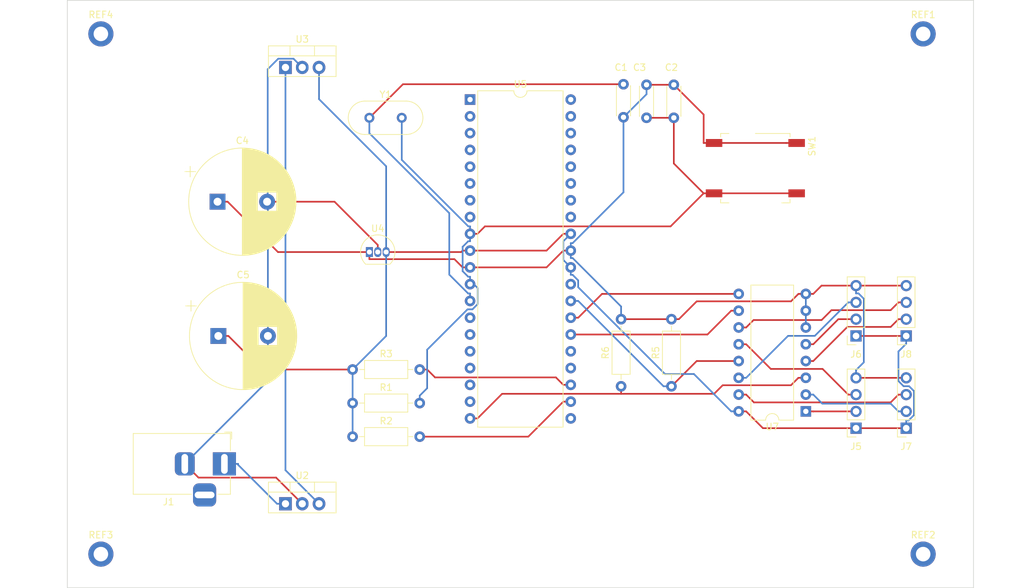
<source format=kicad_pcb>
(kicad_pcb (version 20211014) (generator pcbnew)
  (layers (0 "F.Cu" signal) (31 "B.Cu" signal) (34 "B.Paste" user) (35 "F.Paste" user) (36 "B.SilkS" user "B.Silkscreen") (37 "F.SilkS" user "F.Silkscreen") (38 "B.Mask" user) (39 "F.Mask" user) (44 "Edge.Cuts" user))
  (net 0 "")
  (net 1 "Net-(C1-Pad1)")
  (net 2 "/Atmega32/GND")
  (net 3 "Net-(C2-Pad1)")
  (net 4 "/Power Supply/GND")
  (net 5 "/Atmega32/5V")
  (net 6 "/Power Supply/12V")
  (net 7 "Net-(J5-Pad2)")
  (net 8 "Net-(J5-Pad3)")
  (net 9 "Net-(J6-Pad2)")
  (net 10 "Net-(J6-Pad3)")
  (net 11 "Net-(J7-Pad2)")
  (net 12 "Net-(J7-Pad3)")
  (net 13 "Net-(J8-Pad2)")
  (net 14 "Net-(J8-Pad3)")
  (net 15 "/Atmega32/SCL")
  (net 16 "/Atmega32/SDA")
  (net 17 "/Atmega32/C6")
  (net 18 "/Atmega32/D6")
  (net 19 "Net-(U2-Pad3)")
  (net 20 "/Atmega32/B0")
  (net 21 "/Atmega32/CE")
  (net 22 "/Atmega32/IRQ")
  (net 23 "/Atmega32/B3")
  (net 24 "/Atmega32/CSN")
  (net 25 "/Atmega32/MOSI")
  (net 26 "/Atmega32/MISO")
  (net 27 "/Atmega32/SCK")
  (net 28 "/Atmega32/Rx")
  (net 29 "/Atmega32/Tx")
  (net 32 "/Atmega32/D4")
  (net 33 "/Atmega32/D5")
  (net 36 "/Atmega32/C3")
  (net 37 "/Atmega32/C4")
  (net 38 "/Atmega32/C5")
  (net 39 "/Atmega32/C7")
  (net 40 "/Atmega32/A7")
  (net 41 "/Atmega32/A6")
  (net 42 "/Atmega32/A5")
  (net 43 "/Atmega32/A4")
  (net 44 "/Atmega32/A3")
  (net 45 "/Atmega32/A2")
  (net 46 "/Atmega32/A1")
  (net 47 "/Atmega32/A0")
  (footprint "Package_TO_SOT_THT:TO-92_Inline" (layer "F.Cu") (at 93.98 83.82)
    (fp_text reference "U4" (at 1.27 -3.56) (layer "F.SilkS"))
    (fp_text value "L78L33_TO92")
    (pad "1" thru_hole rect (at 0 0) (size 1.05 1.5) (drill 0.75) (layers *.Cu *.Mask) (net 2 "/Atmega32/GND"))
    (pad "2" thru_hole oval (at 1.27 0) (size 1.05 1.5) (drill 0.75) (layers *.Cu *.Mask) (net 4 "/Power Supply/GND"))
    (pad "3" thru_hole oval (at 2.54 0) (size 1.05 1.5) (drill 0.75) (layers *.Cu *.Mask) (net 5 "/Atmega32/5V"))
  )
  (footprint "Resistor_THT:R_Axial_DIN0207_L6.3mm_D2.5mm_P10.16mm_Horizontal" (layer "F.Cu") (at 91.44 101.6)
    (fp_text reference "R3" (at 5.08 -2.37) (layer "F.SilkS"))
    (fp_text value "4.7k")
    (pad "1" thru_hole circle (at 0 0) (size 1.6 1.6) (drill 0.8) (layers *.Cu *.Mask) (net 5 "/Atmega32/5V"))
    (pad "2" thru_hole oval (at 10.16 0) (size 1.6 1.6) (drill 0.8) (layers *.Cu *.Mask) (net 16 "/Atmega32/SDA"))
  )
  (footprint "Connector_BarrelJack:BarrelJack_Horizontal" (layer "F.Cu") (at 72.04 115.8825)
    (fp_text reference "J1" (at -8.45 5.75) (layer "F.SilkS"))
    (fp_text value "Barrel_Jack")
    (pad "1" thru_hole rect (at 0 0) (size 3.5 3.5) (drill oval 1 3) (layers *.Cu *.Mask) (net 6 "/Power Supply/12V"))
    (pad "2" thru_hole roundrect (at -6 0) (size 3 3.5) (drill oval 1 3) (layers *.Cu *.Mask) (net 4 "/Power Supply/GND"))
    (pad "3" thru_hole roundrect (at -3 4.7) (size 3.5 3.5) (drill oval 3 1) (layers *.Cu *.Mask))
  )
  (footprint "Connector_PinSocket_2.54mm:PinSocket_1x04_P2.54mm_Vertical" (layer "F.Cu") (at 175.235 96.52 180)
    (fp_text reference "J8" (at 0 -2.77) (layer "F.SilkS"))
    (fp_text value "Ultrasonic Right Back")
    (pad "1" thru_hole rect (at 0 0 180) (size 1.7 1.7) (drill 1) (layers *.Cu *.Mask) (net 5 "/Atmega32/5V"))
    (pad "2" thru_hole oval (at 0 2.54 180) (size 1.7 1.7) (drill 1) (layers *.Cu *.Mask) (net 13 "Net-(J8-Pad2)"))
    (pad "3" thru_hole oval (at 0 5.08 180) (size 1.7 1.7) (drill 1) (layers *.Cu *.Mask) (net 14 "Net-(J8-Pad3)"))
    (pad "4" thru_hole oval (at 0 7.62 180) (size 1.7 1.7) (drill 1) (layers *.Cu *.Mask) (net 2 "/Atmega32/GND"))
  )
  (footprint "Capacitor_THT:CP_Radial_D16.0mm_P7.50mm" (layer "F.Cu") (at 71.12 96.52)
    (fp_text reference "C5" (at 3.75 -9.25) (layer "F.SilkS"))
    (fp_text value "470uF")
    (pad "1" thru_hole rect (at 0 0) (size 2.4 2.4) (drill 1.2) (layers *.Cu *.Mask) (net 5 "/Atmega32/5V"))
    (pad "2" thru_hole circle (at 7.5 0) (size 2.4 2.4) (drill 1.2) (layers *.Cu *.Mask) (net 4 "/Power Supply/GND"))
  )
  (footprint "Button_Switch_SMD:SW_MEC_5GSH9" (layer "F.Cu") (at 152.4 71.12 -90)
    (fp_text reference "SW1" (at -3.325 -8.575 90) (layer "F.SilkS"))
    (fp_text value "Reset Button")
    (pad "1" smd rect (at -3.81 -6.25) (size 2.5 1.2) (layers "F.Cu" "F.Paste" "F.Mask") (net 2 "/Atmega32/GND"))
    (pad "2" smd rect (at -3.81 6.25) (size 2.5 1.2) (layers "F.Cu" "F.Paste" "F.Mask") (net 2 "/Atmega32/GND"))
    (pad "3" smd rect (at 3.81 -6.25) (size 2.5 1.2) (layers "F.Cu" "F.Paste" "F.Mask") (net 3 "Net-(C2-Pad1)"))
    (pad "4" smd rect (at 3.81 6.25) (size 2.5 1.2) (layers "F.Cu" "F.Paste" "F.Mask") (net 3 "Net-(C2-Pad1)"))
  )
  (footprint "Package_TO_SOT_THT:TO-220-3_Vertical" (layer "F.Cu") (at 81.28 55.88)
    (fp_text reference "U3" (at 2.54 -4.27) (layer "F.SilkS"))
    (fp_text value "L7805")
    (pad "1" thru_hole rect (at 0 0) (size 1.905 2) (drill 1.1) (layers *.Cu *.Mask) (net 19 "Net-(U2-Pad3)"))
    (pad "2" thru_hole oval (at 2.54 0) (size 1.905 2) (drill 1.1) (layers *.Cu *.Mask) (net 4 "/Power Supply/GND"))
    (pad "3" thru_hole oval (at 5.08 0) (size 1.905 2) (drill 1.1) (layers *.Cu *.Mask) (net 5 "/Atmega32/5V"))
  )
  (footprint "MountingHole:MountingHole_2.2mm_M2_ISO14580_Pad" (layer "F.Cu") (at 177.8 50.8)
    (fp_text reference "REF1" (at 0 -2.9) (layer "F.SilkS"))
    (fp_text value "MountingHole_2.2mm_M2_ISO14580_Pad")
    (pad "1" thru_hole circle (at 0 0) (size 3.8 3.8) (drill 2.2) (layers *.Cu *.Mask))
  )
  (footprint "Resistor_THT:R_Axial_DIN0207_L6.3mm_D2.5mm_P10.16mm_Horizontal" (layer "F.Cu") (at 91.44 111.76)
    (fp_text reference "R2" (at 5.08 -2.37) (layer "F.SilkS"))
    (fp_text value "4.7k")
    (pad "1" thru_hole circle (at 0 0) (size 1.6 1.6) (drill 0.8) (layers *.Cu *.Mask) (net 5 "/Atmega32/5V"))
    (pad "2" thru_hole oval (at 10.16 0) (size 1.6 1.6) (drill 0.8) (layers *.Cu *.Mask) (net 15 "/Atmega32/SCL"))
  )
  (footprint "Connector_PinSocket_2.54mm:PinSocket_1x04_P2.54mm_Vertical" (layer "F.Cu") (at 167.64 96.52 180)
    (fp_text reference "J6" (at 0 -2.77) (layer "F.SilkS"))
    (fp_text value "Ultrasonic Right Front")
    (pad "1" thru_hole rect (at 0 0 180) (size 1.7 1.7) (drill 1) (layers *.Cu *.Mask) (net 5 "/Atmega32/5V"))
    (pad "2" thru_hole oval (at 0 2.54 180) (size 1.7 1.7) (drill 1) (layers *.Cu *.Mask) (net 9 "Net-(J6-Pad2)"))
    (pad "3" thru_hole oval (at 0 5.08 180) (size 1.7 1.7) (drill 1) (layers *.Cu *.Mask) (net 10 "Net-(J6-Pad3)"))
    (pad "4" thru_hole oval (at 0 7.62 180) (size 1.7 1.7) (drill 1) (layers *.Cu *.Mask) (net 2 "/Atmega32/GND"))
  )
  (footprint "Capacitor_THT:C_Disc_D4.3mm_W1.9mm_P5.00mm" (layer "F.Cu") (at 132.44 58.42 -90)
    (fp_text reference "C1" (at -2.54 0.36) (layer "F.SilkS"))
    (fp_text value "22pF")
    (pad "1" thru_hole circle (at 0 0 270) (size 1.6 1.6) (drill 0.8) (layers *.Cu *.Mask) (net 1 "Net-(C1-Pad1)"))
    (pad "2" thru_hole circle (at 5 0 270) (size 1.6 1.6) (drill 0.8) (layers *.Cu *.Mask) (net 2 "/Atmega32/GND"))
  )
  (footprint "MountingHole:MountingHole_2.2mm_M2_ISO14580_Pad" (layer "F.Cu") (at 53.34 129.54)
    (fp_text reference "REF3" (at 0 -2.9) (layer "F.SilkS"))
    (fp_text value "MountingHole_2.2mm_M2_ISO14580_Pad")
    (pad "1" thru_hole circle (at 0 0) (size 3.8 3.8) (drill 2.2) (layers *.Cu *.Mask))
  )
  (footprint "Capacitor_THT:CP_Radial_D16.0mm_P7.50mm" (layer "F.Cu") (at 71 76.2)
    (fp_text reference "C4" (at 3.75 -9.25) (layer "F.SilkS"))
    (fp_text value "470uF")
    (pad "1" thru_hole rect (at 0 0) (size 2.4 2.4) (drill 1.2) (layers *.Cu *.Mask) (net 2 "/Atmega32/GND"))
    (pad "2" thru_hole circle (at 7.5 0) (size 2.4 2.4) (drill 1.2) (layers *.Cu *.Mask) (net 4 "/Power Supply/GND"))
  )
  (footprint "Capacitor_THT:C_Disc_D4.3mm_W1.9mm_P5.00mm" (layer "F.Cu") (at 140.06 63.5 90)
    (fp_text reference "C2" (at 7.62 -0.36) (layer "F.SilkS"))
    (fp_text value "22pF")
    (pad "1" thru_hole circle (at 0 0 90) (size 1.6 1.6) (drill 0.8) (layers *.Cu *.Mask) (net 3 "Net-(C2-Pad1)"))
    (pad "2" thru_hole circle (at 5 0 90) (size 1.6 1.6) (drill 0.8) (layers *.Cu *.Mask) (net 2 "/Atmega32/GND"))
  )
  (footprint "Connector_PinSocket_2.54mm:PinSocket_1x04_P2.54mm_Vertical" (layer "F.Cu") (at 167.64 110.48 180)
    (fp_text reference "J5" (at 0 -2.77) (layer "F.SilkS"))
    (fp_text value "Ultrasonic Left Front")
    (pad "1" thru_hole rect (at 0 0 180) (size 1.7 1.7) (drill 1) (layers *.Cu *.Mask) (net 5 "/Atmega32/5V"))
    (pad "2" thru_hole oval (at 0 2.54 180) (size 1.7 1.7) (drill 1) (layers *.Cu *.Mask) (net 7 "Net-(J5-Pad2)"))
    (pad "3" thru_hole oval (at 0 5.08 180) (size 1.7 1.7) (drill 1) (layers *.Cu *.Mask) (net 8 "Net-(J5-Pad3)"))
    (pad "4" thru_hole oval (at 0 7.62 180) (size 1.7 1.7) (drill 1) (layers *.Cu *.Mask) (net 2 "/Atmega32/GND"))
  )
  (footprint "MountingHole:MountingHole_2.2mm_M2_ISO14580_Pad" (layer "F.Cu") (at 177.8 129.54)
    (fp_text reference "REF2" (at 0 -2.9) (layer "F.SilkS"))
    (fp_text value "MountingHole_2.2mm_M2_ISO14580_Pad")
    (pad "1" thru_hole circle (at 0 0) (size 3.8 3.8) (drill 2.2) (layers *.Cu *.Mask))
  )
  (footprint "Resistor_THT:R_Axial_DIN0207_L6.3mm_D2.5mm_P10.16mm_Horizontal" (layer "F.Cu") (at 91.44 106.68)
    (fp_text reference "R1" (at 5.08 -2.37) (layer "F.SilkS"))
    (fp_text value "10k")
    (pad "1" thru_hole circle (at 0 0) (size 1.6 1.6) (drill 0.8) (layers *.Cu *.Mask) (net 5 "/Atmega32/5V"))
    (pad "2" thru_hole oval (at 10.16 0) (size 1.6 1.6) (drill 0.8) (layers *.Cu *.Mask) (net 3 "Net-(C2-Pad1)"))
  )
  (footprint "Package_DIP:DIP-16_W10.16mm" (layer "F.Cu") (at 160.04 107.935 180)
    (fp_text reference "U7" (at 5.08 -2.33) (layer "F.SilkS"))
    (fp_text value "CD4052B")
    (pad "1" thru_hole rect (at 0 0 180) (size 1.6 1.6) (drill 0.8) (layers *.Cu *.Mask) (net 7 "Net-(J5-Pad2)"))
    (pad "2" thru_hole oval (at 0 2.54 180) (size 1.6 1.6) (drill 0.8) (layers *.Cu *.Mask) (net 11 "Net-(J7-Pad2)"))
    (pad "3" thru_hole oval (at 0 5.08 180) (size 1.6 1.6) (drill 0.8) (layers *.Cu *.Mask) (net 18 "/Atmega32/D6"))
    (pad "4" thru_hole oval (at 0 7.62 180) (size 1.6 1.6) (drill 0.8) (layers *.Cu *.Mask) (net 13 "Net-(J8-Pad2)"))
    (pad "5" thru_hole oval (at 0 10.16 180) (size 1.6 1.6) (drill 0.8) (layers *.Cu *.Mask) (net 9 "Net-(J6-Pad2)"))
    (pad "6" thru_hole oval (at 0 12.7 180) (size 1.6 1.6) (drill 0.8) (layers *.Cu *.Mask) (net 2 "/Atmega32/GND"))
    (pad "7" thru_hole oval (at 0 15.24 180) (size 1.6 1.6) (drill 0.8) (layers *.Cu *.Mask) (net 2 "/Atmega32/GND"))
    (pad "8" thru_hole oval (at 0 17.78 180) (size 1.6 1.6) (drill 0.8) (layers *.Cu *.Mask) (net 2 "/Atmega32/GND"))
    (pad "9" thru_hole oval (at 10.16 17.78 180) (size 1.6 1.6) (drill 0.8) (layers *.Cu *.Mask) (net 38 "/Atmega32/C5"))
    (pad "10" thru_hole oval (at 10.16 15.24 180) (size 1.6 1.6) (drill 0.8) (layers *.Cu *.Mask) (net 37 "/Atmega32/C4"))
    (pad "11" thru_hole oval (at 10.16 12.7 180) (size 1.6 1.6) (drill 0.8) (layers *.Cu *.Mask) (net 14 "Net-(J8-Pad3)"))
    (pad "12" thru_hole oval (at 10.16 10.16 180) (size 1.6 1.6) (drill 0.8) (layers *.Cu *.Mask) (net 8 "Net-(J5-Pad3)"))
    (pad "13" thru_hole oval (at 10.16 7.62 180) (size 1.6 1.6) (drill 0.8) (layers *.Cu *.Mask) (net 17 "/Atmega32/C6"))
    (pad "14" thru_hole oval (at 10.16 5.08 180) (size 1.6 1.6) (drill 0.8) (layers *.Cu *.Mask) (net 10 "Net-(J6-Pad3)"))
    (pad "15" thru_hole oval (at 10.16 2.54 180) (size 1.6 1.6) (drill 0.8) (layers *.Cu *.Mask) (net 12 "Net-(J7-Pad3)"))
    (pad "16" thru_hole oval (at 10.16 0 180) (size 1.6 1.6) (drill 0.8) (layers *.Cu *.Mask) (net 5 "/Atmega32/5V"))
  )
  (footprint "Crystal:Crystal_HC18-U_Vertical" (layer "F.Cu") (at 93.98 63.5)
    (fp_text reference "Y1" (at 2.45 -3.525) (layer "F.SilkS"))
    (fp_text value "Crystal")
    (pad "1" thru_hole circle (at 0 0) (size 1.5 1.5) (drill 0.8) (layers *.Cu *.Mask) (net 1 "Net-(C1-Pad1)"))
    (pad "2" thru_hole circle (at 4.9 0) (size 1.5 1.5) (drill 0.8) (layers *.Cu *.Mask) (net 3 "Net-(C2-Pad1)"))
  )
  (footprint "Resistor_THT:R_Axial_DIN0207_L6.3mm_D2.5mm_P10.16mm_Horizontal" (layer "F.Cu") (at 139.7 104.14 90)
    (fp_text reference "R5" (at 5.08 -2.37 90) (layer "F.SilkS"))
    (fp_text value "10k")
    (pad "1" thru_hole circle (at 0 0 90) (size 1.6 1.6) (drill 0.8) (layers *.Cu *.Mask) (net 17 "/Atmega32/C6"))
    (pad "2" thru_hole oval (at 10.16 0 90) (size 1.6 1.6) (drill 0.8) (layers *.Cu *.Mask) (net 2 "/Atmega32/GND"))
  )
  (footprint "MountingHole:MountingHole_2.2mm_M2_ISO14580_Pad" (layer "F.Cu") (at 53.34 50.8)
    (fp_text reference "REF4" (at 0 -2.9) (layer "F.SilkS"))
    (fp_text value "MountingHole_2.2mm_M2_ISO14580_Pad")
    (pad "1" thru_hole circle (at 0 0) (size 3.8 3.8) (drill 2.2) (layers *.Cu *.Mask))
  )
  (footprint "Package_DIP:DIP-40_W15.24mm" (layer "F.Cu") (at 109.22 60.74)
    (fp_text reference "U5" (at 7.62 -2.33) (layer "F.SilkS"))
    (fp_text value "ATmega32-16P")
    (pad "1" thru_hole rect (at 0 0) (size 1.6 1.6) (drill 0.8) (layers *.Cu *.Mask) (net 20 "/Atmega32/B0"))
    (pad "2" thru_hole oval (at 0 2.54) (size 1.6 1.6) (drill 0.8) (layers *.Cu *.Mask) (net 21 "/Atmega32/CE"))
    (pad "3" thru_hole oval (at 0 5.08) (size 1.6 1.6) (drill 0.8) (layers *.Cu *.Mask) (net 22 "/Atmega32/IRQ"))
    (pad "4" thru_hole oval (at 0 7.62) (size 1.6 1.6) (drill 0.8) (layers *.Cu *.Mask) (net 23 "/Atmega32/B3"))
    (pad "5" thru_hole oval (at 0 10.16) (size 1.6 1.6) (drill 0.8) (layers *.Cu *.Mask) (net 24 "/Atmega32/CSN"))
    (pad "6" thru_hole oval (at 0 12.7) (size 1.6 1.6) (drill 0.8) (layers *.Cu *.Mask) (net 25 "/Atmega32/MOSI"))
    (pad "7" thru_hole oval (at 0 15.24) (size 1.6 1.6) (drill 0.8) (layers *.Cu *.Mask) (net 26 "/Atmega32/MISO"))
    (pad "8" thru_hole oval (at 0 17.78) (size 1.6 1.6) (drill 0.8) (layers *.Cu *.Mask) (net 27 "/Atmega32/SCK"))
    (pad "9" thru_hole oval (at 0 20.32) (size 1.6 1.6) (drill 0.8) (layers *.Cu *.Mask) (net 3 "Net-(C2-Pad1)"))
    (pad "10" thru_hole oval (at 0 22.86) (size 1.6 1.6) (drill 0.8) (layers *.Cu *.Mask) (net 5 "/Atmega32/5V"))
    (pad "11" thru_hole oval (at 0 25.4) (size 1.6 1.6) (drill 0.8) (layers *.Cu *.Mask) (net 2 "/Atmega32/GND"))
    (pad "12" thru_hole oval (at 0 27.94) (size 1.6 1.6) (drill 0.8) (layers *.Cu *.Mask) (net 3 "Net-(C2-Pad1)"))
    (pad "13" thru_hole oval (at 0 30.48) (size 1.6 1.6) (drill 0.8) (layers *.Cu *.Mask) (net 1 "Net-(C1-Pad1)"))
    (pad "14" thru_hole oval (at 0 33.02) (size 1.6 1.6) (drill 0.8) (layers *.Cu *.Mask) (net 28 "/Atmega32/Rx"))
    (pad "15" thru_hole oval (at 0 35.56) (size 1.6 1.6) (drill 0.8) (layers *.Cu *.Mask) (net 29 "/Atmega32/Tx"))
    (pad "16" thru_hole oval (at 0 38.1) (size 1.6 1.6) (drill 0.8) (layers *.Cu *.Mask))
    (pad "17" thru_hole oval (at 0 40.64) (size 1.6 1.6) (drill 0.8) (layers *.Cu *.Mask))
    (pad "18" thru_hole oval (at 0 43.18) (size 1.6 1.6) (drill 0.8) (layers *.Cu *.Mask) (net 32 "/Atmega32/D4"))
    (pad "19" thru_hole oval (at 0 45.72) (size 1.6 1.6) (drill 0.8) (layers *.Cu *.Mask) (net 33 "/Atmega32/D5"))
    (pad "20" thru_hole oval (at 0 48.26) (size 1.6 1.6) (drill 0.8) (layers *.Cu *.Mask) (net 18 "/Atmega32/D6"))
    (pad "21" thru_hole oval (at 15.24 48.26) (size 1.6 1.6) (drill 0.8) (layers *.Cu *.Mask))
    (pad "22" thru_hole oval (at 15.24 45.72) (size 1.6 1.6) (drill 0.8) (layers *.Cu *.Mask) (net 15 "/Atmega32/SCL"))
    (pad "23" thru_hole oval (at 15.24 43.18) (size 1.6 1.6) (drill 0.8) (layers *.Cu *.Mask) (net 16 "/Atmega32/SDA"))
    (pad "24" thru_hole oval (at 15.24 40.64) (size 1.6 1.6) (drill 0.8) (layers *.Cu *.Mask))
    (pad "25" thru_hole oval (at 15.24 38.1) (size 1.6 1.6) (drill 0.8) (layers *.Cu *.Mask) (net 36 "/Atmega32/C3"))
    (pad "26" thru_hole oval (at 15.24 35.56) (size 1.6 1.6) (drill 0.8) (layers *.Cu *.Mask) (net 37 "/Atmega32/C4"))
    (pad "27" thru_hole oval (at 15.24 33.02) (size 1.6 1.6) (drill 0.8) (layers *.Cu *.Mask) (net 38 "/Atmega32/C5"))
    (pad "28" thru_hole oval (at 15.24 30.48) (size 1.6 1.6) (drill 0.8) (layers *.Cu *.Mask) (net 17 "/Atmega32/C6"))
    (pad "29" thru_hole oval (at 15.24 27.94) (size 1.6 1.6) (drill 0.8) (layers *.Cu *.Mask) (net 39 "/Atmega32/C7"))
    (pad "30" thru_hole oval (at 15.24 25.4) (size 1.6 1.6) (drill 0.8) (layers *.Cu *.Mask) (net 5 "/Atmega32/5V"))
    (pad "31" thru_hole oval (at 15.24 22.86) (size 1.6 1.6) (drill 0.8) (layers *.Cu *.Mask) (net 2 "/Atmega32/GND"))
    (pad "32" thru_hole oval (at 15.24 20.32) (size 1.6 1.6) (drill 0.8) (layers *.Cu *.Mask) (net 5 "/Atmega32/5V"))
    (pad "33" thru_hole oval (at 15.24 17.78) (size 1.6 1.6) (drill 0.8) (layers *.Cu *.Mask) (net 40 "/Atmega32/A7"))
    (pad "34" thru_hole oval (at 15.24 15.24) (size 1.6 1.6) (drill 0.8) (layers *.Cu *.Mask) (net 41 "/Atmega32/A6"))
    (pad "35" thru_hole oval (at 15.24 12.7) (size 1.6 1.6) (drill 0.8) (layers *.Cu *.Mask) (net 42 "/Atmega32/A5"))
    (pad "36" thru_hole oval (at 15.24 10.16) (size 1.6 1.6) (drill 0.8) (layers *.Cu *.Mask) (net 43 "/Atmega32/A4"))
    (pad "37" thru_hole oval (at 15.24 7.62) (size 1.6 1.6) (drill 0.8) (layers *.Cu *.Mask) (net 44 "/Atmega32/A3"))
    (pad "38" thru_hole oval (at 15.24 5.08) (size 1.6 1.6) (drill 0.8) (layers *.Cu *.Mask) (net 45 "/Atmega32/A2"))
    (pad "39" thru_hole oval (at 15.24 2.54) (size 1.6 1.6) (drill 0.8) (layers *.Cu *.Mask) (net 46 "/Atmega32/A1"))
    (pad "40" thru_hole oval (at 15.24 0) (size 1.6 1.6) (drill 0.8) (layers *.Cu *.Mask) (net 47 "/Atmega32/A0"))
  )
  (footprint "Resistor_THT:R_Axial_DIN0207_L6.3mm_D2.5mm_P10.16mm_Horizontal" (layer "F.Cu") (at 132.08 104.14 90)
    (fp_text reference "R6" (at 5.08 -2.37 90) (layer "F.SilkS"))
    (fp_text value "10k")
    (pad "1" thru_hole circle (at 0 0 90) (size 1.6 1.6) (drill 0.8) (layers *.Cu *.Mask) (net 18 "/Atmega32/D6"))
    (pad "2" thru_hole oval (at 10.16 0 90) (size 1.6 1.6) (drill 0.8) (layers *.Cu *.Mask) (net 2 "/Atmega32/GND"))
  )
  (footprint "Package_TO_SOT_THT:TO-220-3_Vertical" (layer "F.Cu") (at 81.28 121.92)
    (fp_text reference "U2" (at 2.54 -4.27) (layer "F.SilkS"))
    (fp_text value "L7809")
    (pad "1" thru_hole rect (at 0 0) (size 1.905 2) (drill 1.1) (layers *.Cu *.Mask) (net 6 "/Power Supply/12V"))
    (pad "2" thru_hole oval (at 2.54 0) (size 1.905 2) (drill 1.1) (layers *.Cu *.Mask) (net 4 "/Power Supply/GND"))
    (pad "3" thru_hole oval (at 5.08 0) (size 1.905 2) (drill 1.1) (layers *.Cu *.Mask) (net 19 "Net-(U2-Pad3)"))
  )
  (footprint "Capacitor_THT:C_Disc_D4.3mm_W1.9mm_P5.00mm" (layer "F.Cu") (at 135.93 63.5 90)
    (fp_text reference "C3" (at 7.62 -1.055) (layer "F.SilkS"))
    (fp_text value "10uF")
    (pad "1" thru_hole circle (at 0 0 90) (size 1.6 1.6) (drill 0.8) (layers *.Cu *.Mask) (net 3 "Net-(C2-Pad1)"))
    (pad "2" thru_hole circle (at 5 0 90) (size 1.6 1.6) (drill 0.8) (layers *.Cu *.Mask) (net 2 "/Atmega32/GND"))
  )
  (footprint "Connector_PinSocket_2.54mm:PinSocket_1x04_P2.54mm_Vertical" (layer "F.Cu") (at 175.235 110.48 180)
    (fp_text reference "J7" (at 0 -2.77) (layer "F.SilkS"))
    (fp_text value "Ultrasonic Left Back")
    (pad "1" thru_hole rect (at 0 0 180) (size 1.7 1.7) (drill 1) (layers *.Cu *.Mask) (net 5 "/Atmega32/5V"))
    (pad "2" thru_hole oval (at 0 2.54 180) (size 1.7 1.7) (drill 1) (layers *.Cu *.Mask) (net 11 "Net-(J7-Pad2)"))
    (pad "3" thru_hole oval (at 0 5.08 180) (size 1.7 1.7) (drill 1) (layers *.Cu *.Mask) (net 12 "Net-(J7-Pad3)"))
    (pad "4" thru_hole oval (at 0 7.62 180) (size 1.7 1.7) (drill 1) (layers *.Cu *.Mask) (net 2 "/Atmega32/GND"))
  )
  (gr_line (start 48.26 132.08) (end 48.26 134.62) (layer "Edge.Cuts") (width 0.1))
  (gr_line (start 185.42 45.72) (end 185.42 134.62) (layer "Edge.Cuts") (width 0.1))
  (gr_line (start 48.26 132.08) (end 48.26 45.72) (layer "Edge.Cuts") (width 0.1))
  (gr_line (start 48.26 134.62) (end 185.42 134.62) (layer "Edge.Cuts") (width 0.1))
  (gr_line (start 48.26 45.72) (end 185.42 45.72) (layer "Edge.Cuts") (width 0.1))
  (segment (start 99.06 58.42) (end 93.98 63.5) (width 0.25) (layer "F.Cu") (net 1))
  (segment (start 132.44 58.42) (end 99.06 58.42) (width 0.25) (layer "F.Cu") (net 1))
  (segment (start 93.98 65.8397) (end 106.076 77.9357) (width 0.25) (layer "B.Cu") (net 1))
  (segment (start 106.076 87.232) (end 108.9387 90.0947) (width 0.25) (layer "B.Cu") (net 1))
  (segment (start 108.9387 90.0947) (end 109.22 90.0947) (width 0.25) (layer "B.Cu") (net 1))
  (segment (start 93.98 63.5) (end 93.98 65.8397) (width 0.25) (layer "B.Cu") (net 1))
  (segment (start 106.076 77.9357) (end 106.076 87.232) (width 0.25) (layer "B.Cu") (net 1))
  (segment (start 109.22 91.22) (end 109.22 90.0947) (width 0.25) (layer "B.Cu") (net 1))
  (segment (start 139.7 93.98) (end 140.8253 93.98) (width 0.25) (layer "F.Cu") (net 2))
  (segment (start 160.04 90.155) (end 158.9147 90.155) (width 0.25) (layer "F.Cu") (net 2))
  (segment (start 162.4203 88.9) (end 161.1653 90.155) (width 0.25) (layer "F.Cu") (net 2))
  (segment (start 80.1453 83.82) (end 93.98 83.82) (width 0.25) (layer "F.Cu") (net 2))
  (segment (start 123.3347 83.6) (end 120.7947 86.14) (width 0.25) (layer "F.Cu") (net 2))
  (segment (start 72.5253 76.2) (end 80.1453 83.82) (width 0.25) (layer "F.Cu") (net 2))
  (segment (start 146.15 67.31) (end 144.5747 67.31) (width 0.25) (layer "F.Cu") (net 2))
  (segment (start 120.7947 86.14) (end 109.22 86.14) (width 0.25) (layer "F.Cu") (net 2))
  (segment (start 93.98 83.82) (end 93.98 84.8953) (width 0.25) (layer "F.Cu") (net 2))
  (segment (start 132.08 93.98) (end 139.7 93.98) (width 0.25) (layer "F.Cu") (net 2))
  (segment (start 93.98 84.8953) (end 106.85 84.8953) (width 0.25) (layer "F.Cu") (net 2))
  (segment (start 175.235 88.9) (end 167.64 88.9) (width 0.25) (layer "F.Cu") (net 2))
  (segment (start 140.06 58.5) (end 144.5747 63.0147) (width 0.25) (layer "F.Cu") (net 2))
  (segment (start 106.85 84.8953) (end 108.0947 86.14) (width 0.25) (layer "F.Cu") (net 2))
  (segment (start 157.7894 91.2803) (end 158.9147 90.155) (width 0.25) (layer "F.Cu") (net 2))
  (segment (start 124.46 83.6) (end 123.3347 83.6) (width 0.25) (layer "F.Cu") (net 2))
  (segment (start 143.525 91.2803) (end 157.7894 91.2803) (width 0.25) (layer "F.Cu") (net 2))
  (segment (start 167.64 88.9) (end 162.4203 88.9) (width 0.25) (layer "F.Cu") (net 2))
  (segment (start 167.64 102.86) (end 175.235 102.86) (width 0.25) (layer "F.Cu") (net 2))
  (segment (start 146.15 67.31) (end 157.0747 67.31) (width 0.25) (layer "F.Cu") (net 2))
  (segment (start 140.8253 93.98) (end 143.525 91.2803) (width 0.25) (layer "F.Cu") (net 2))
  (segment (start 140.06 58.5) (end 135.93 58.5) (width 0.25) (layer "F.Cu") (net 2))
  (segment (start 71 76.2) (end 72.5253 76.2) (width 0.25) (layer "F.Cu") (net 2))
  (segment (start 158.65 67.31) (end 157.0747 67.31) (width 0.25) (layer "F.Cu") (net 2))
  (segment (start 144.5747 63.0147) (end 144.5747 67.31) (width 0.25) (layer "F.Cu") (net 2))
  (segment (start 109.22 86.14) (end 108.0947 86.14) (width 0.25) (layer "F.Cu") (net 2))
  (segment (start 160.04 90.155) (end 161.1653 90.155) (width 0.25) (layer "F.Cu") (net 2))
  (segment (start 168.8153 90.8833) (end 168.8153 100.5094) (width 0.25) (layer "B.Cu") (net 2))
  (segment (start 124.46 83.6) (end 124.46 82.4747) (width 0.25) (layer "B.Cu") (net 2))
  (segment (start 167.64 88.9) (end 167.64 90.0753) (width 0.25) (layer "B.Cu") (net 2))
  (segment (start 160.04 90.155) (end 160.04 92.695) (width 0.25) (layer "B.Cu") (net 2))
  (segment (start 132.44 63.42) (end 132.44 74.776) (width 0.25) (layer "B.Cu") (net 2))
  (segment (start 167.64 102.86) (end 167.64 101.6847) (width 0.25) (layer "B.Cu") (net 2))
  (segment (start 132.08 93.98) (end 132.08 92.064) (width 0.25) (layer "B.Cu") (net 2))
  (segment (start 124.7413 84.7253) (end 124.46 84.7253) (width 0.25) (layer "B.Cu") (net 2))
  (segment (start 167.64 90.0753) (end 168.0073 90.0753) (width 0.25) (layer "B.Cu") (net 2))
  (segment (start 168.0073 90.0753) (end 168.8153 90.8833) (width 0.25) (layer "B.Cu") (net 2))
  (segment (start 135.93 59.93) (end 132.44 63.42) (width 0.25) (layer "B.Cu") (net 2))
  (segment (start 132.08 92.064) (end 124.7413 84.7253) (width 0.25) (layer "B.Cu") (net 2))
  (segment (start 132.44 74.776) (end 124.7413 82.4747) (width 0.25) (layer "B.Cu") (net 2))
  (segment (start 124.7413 82.4747) (end 124.46 82.4747) (width 0.25) (layer "B.Cu") (net 2))
  (segment (start 168.8153 100.5094) (end 167.64 101.6847) (width 0.25) (layer "B.Cu") (net 2))
  (segment (start 160.04 92.695) (end 160.04 95.235) (width 0.25) (layer "B.Cu") (net 2))
  (segment (start 135.93 58.5) (end 135.93 59.93) (width 0.25) (layer "B.Cu") (net 2))
  (segment (start 124.46 83.6) (end 124.46 84.7253) (width 0.25) (layer "B.Cu") (net 2))
  (segment (start 144.5747 74.93) (end 139.57 79.9347) (width 0.25) (layer "F.Cu") (net 3))
  (segment (start 109.22 81.06) (end 110.3453 81.06) (width 0.25) (layer "F.Cu") (net 3))
  (segment (start 146.5439 74.93) (end 146.9377 74.93) (width 0.25) (layer "F.Cu") (net 3))
  (segment (start 140.06 63.5) (end 140.06 70.4153) (width 0.25) (layer "F.Cu") (net 3))
  (segment (start 140.06 70.4153) (end 144.5747 74.93) (width 0.25) (layer "F.Cu") (net 3))
  (segment (start 146.15 74.93) (end 144.5747 74.93) (width 0.25) (layer "F.Cu") (net 3))
  (segment (start 135.93 63.5) (end 140.06 63.5) (width 0.25) (layer "F.Cu") (net 3))
  (segment (start 139.57 79.9347) (end 111.4706 79.9347) (width 0.25) (layer "F.Cu") (net 3))
  (segment (start 146.5439 74.93) (end 146.15 74.93) (width 0.25) (layer "F.Cu") (net 3))
  (segment (start 146.9377 74.93) (end 158.65 74.93) (width 0.25) (layer "F.Cu") (net 3))
  (segment (start 111.4706 79.9347) (end 110.3453 81.06) (width 0.25) (layer "F.Cu") (net 3))
  (segment (start 102.7253 98.6032) (end 102.7253 104.4294) (width 0.25) (layer "B.Cu") (net 3))
  (segment (start 109.22 81.06) (end 109.22 82.1853) (width 0.25) (layer "B.Cu") (net 3))
  (segment (start 110.3779 91.6946) (end 109.5825 92.49) (width 0.25) (layer "B.Cu") (net 3))
  (segment (start 110.3779 89.2752) (end 110.3779 91.6946) (width 0.25) (layer "B.Cu") (net 3))
  (segment (start 109.22 79.9347) (end 108.9563 79.9347) (width 0.25) (layer "B.Cu") (net 3))
  (segment (start 108.8385 92.49) (end 102.7253 98.6032) (width 0.25) (layer "B.Cu") (net 3))
  (segment (start 101.6 106.68) (end 101.6 105.5547) (width 0.25) (layer "B.Cu") (net 3))
  (segment (start 98.88 69.8584) (end 98.88 63.5) (width 0.25) (layer "B.Cu") (net 3))
  (segment (start 109.5825 92.49) (end 108.8385 92.49) (width 0.25) (layer "B.Cu") (net 3))
  (segment (start 108.9386 87.5547) (end 109.22 87.5547) (width 0.25) (layer "B.Cu") (net 3))
  (segment (start 108.9387 82.1853) (end 108.0947 83.0293) (width 0.25) (layer "B.Cu") (net 3))
  (segment (start 108.0947 83.0293) (end 108.0947 86.7108) (width 0.25) (layer "B.Cu") (net 3))
  (segment (start 109.22 88.1173) (end 110.3779 89.2752) (width 0.25) (layer "B.Cu") (net 3))
  (segment (start 108.0947 86.7108) (end 108.9386 87.5547) (width 0.25) (layer "B.Cu") (net 3))
  (segment (start 109.22 88.68) (end 109.22 88.1173) (width 0.25) (layer "B.Cu") (net 3))
  (segment (start 109.22 88.1173) (end 109.22 87.5547) (width 0.25) (layer "B.Cu") (net 3))
  (segment (start 102.7253 104.4294) (end 101.6 105.5547) (width 0.25) (layer "B.Cu") (net 3))
  (segment (start 109.22 80.4973) (end 109.22 81.06) (width 0.25) (layer "B.Cu") (net 3))
  (segment (start 109.22 82.1853) (end 108.9387 82.1853) (width 0.25) (layer "B.Cu") (net 3))
  (segment (start 108.9563 79.9347) (end 98.88 69.8584) (width 0.25) (layer "B.Cu") (net 3))
  (segment (start 109.22 80.4973) (end 109.22 79.9347) (width 0.25) (layer "B.Cu") (net 3))
  (segment (start 66.04 115.8825) (end 68.1154 117.9579) (width 0.25) (layer "F.Cu") (net 4))
  (segment (start 95.25 83.82) (end 95.25 82.7447) (width 0.25) (layer "F.Cu") (net 4))
  (segment (start 68.1154 117.9579) (end 79.8579 117.9579) (width 0.25) (layer "F.Cu") (net 4))
  (segment (start 88.7053 76.2) (end 95.25 82.7447) (width 0.25) (layer "F.Cu") (net 4))
  (segment (start 78.5 76.2) (end 88.7053 76.2) (width 0.25) (layer "F.Cu") (net 4))
  (segment (start 79.8579 117.9579) (end 83.82 121.92) (width 0.25) (layer "F.Cu") (net 4))
  (segment (start 78.62 96.52) (end 78.62 76.23) (width 0.25) (layer "B.Cu") (net 4))
  (segment (start 78.59 76.2) (end 78.5 76.2) (width 0.25) (layer "B.Cu") (net 4))
  (segment (start 78.59 56.1515) (end 80.1869 54.5546) (width 0.25) (layer "B.Cu") (net 4))
  (segment (start 78.62 76.23) (end 78.59 76.2) (width 0.25) (layer "B.Cu") (net 4))
  (segment (start 80.1869 54.5546) (end 82.4946 54.5546) (width 0.25) (layer "B.Cu") (net 4))
  (segment (start 78.59 76.2) (end 78.59 56.1515) (width 0.25) (layer "B.Cu") (net 4))
  (segment (start 66.04 115.8825) (end 78.62 103.3025) (width 0.25) (layer "B.Cu") (net 4))
  (segment (start 82.4946 54.5546) (end 83.82 55.88) (width 0.25) (layer "B.Cu") (net 4))
  (segment (start 78.62 103.3025) (end 78.62 96.52) (width 0.25) (layer "B.Cu") (net 4))
  (segment (start 96.52 83.82) (end 107.8747 83.82) (width 0.25) (layer "F.Cu") (net 5))
  (segment (start 124.46 81.06) (end 123.3347 81.06) (width 0.25) (layer "F.Cu") (net 5))
  (segment (start 167.64 96.52) (end 175.235 96.52) (width 0.25) (layer "F.Cu") (net 5))
  (segment (start 153.5503 110.48) (end 151.0053 107.935) (width 0.25) (layer "F.Cu") (net 5))
  (segment (start 109.22 83.6) (end 108.0947 83.6) (width 0.25) (layer "F.Cu") (net 5))
  (segment (start 72.6453 96.52) (end 77.7253 101.6) (width 0.25) (layer "F.Cu") (net 5))
  (segment (start 107.8747 83.82) (end 108.0947 83.6) (width 0.25) (layer "F.Cu") (net 5))
  (segment (start 71.12 96.52) (end 72.6453 96.52) (width 0.25) (layer "F.Cu") (net 5))
  (segment (start 167.64 110.48) (end 153.5503 110.48) (width 0.25) (layer "F.Cu") (net 5))
  (segment (start 123.3347 81.06) (end 120.7947 83.6) (width 0.25) (layer "F.Cu") (net 5))
  (segment (start 120.7947 83.6) (end 109.22 83.6) (width 0.25) (layer "F.Cu") (net 5))
  (segment (start 175.235 110.48) (end 167.64 110.48) (width 0.25) (layer "F.Cu") (net 5))
  (segment (start 77.7253 101.6) (end 91.44 101.6) (width 0.25) (layer "F.Cu") (net 5))
  (segment (start 149.88 107.935) (end 151.0053 107.935) (width 0.25) (layer "F.Cu") (net 5))
  (segment (start 149.88 107.935) (end 148.7547 107.935) (width 0.25) (layer "B.Cu") (net 5))
  (segment (start 91.44 111.76) (end 91.44 106.68) (width 0.25) (layer "B.Cu") (net 5))
  (segment (start 86.36 55.88) (end 86.36 60.6776) (width 0.25) (layer "B.Cu") (net 5))
  (segment (start 175.235 96.52) (end 175.235 97.6953) (width 0.25) (layer "B.Cu") (net 5))
  (segment (start 176.4103 104.8641) (end 176.4103 108.4968) (width 0.25) (layer "B.Cu") (net 5))
  (segment (start 124.46 87.2653) (end 124.7414 87.2653) (width 0.25) (layer "B.Cu") (net 5))
  (segment (start 174.0596 98.8707) (end 174.0596 103.3488) (width 0.25) (layer "B.Cu") (net 5))
  (segment (start 174.8408 104.13) (end 175.6762 104.13) (width 0.25) (layer "B.Cu") (net 5))
  (segment (start 175.6024 109.3047) (end 175.235 109.3047) (width 0.25) (layer "B.Cu") (net 5))
  (segment (start 174.0596 103.3488) (end 174.8408 104.13) (width 0.25) (layer "B.Cu") (net 5))
  (segment (start 124.46 81.06) (end 123.3346 82.1854) (width 0.25) (layer "B.Cu") (net 5))
  (segment (start 176.4103 108.4968) (end 175.6024 109.3047) (width 0.25) (layer "B.Cu") (net 5))
  (segment (start 86.36 60.6776) (end 96.52 70.8376) (width 0.25) (layer "B.Cu") (net 5))
  (segment (start 175.6762 104.13) (end 176.4103 104.8641) (width 0.25) (layer "B.Cu") (net 5))
  (segment (start 123.3346 85.0146) (end 124.46 86.14) (width 0.25) (layer "B.Cu") (net 5))
  (segment (start 125.5853 88.1092) (end 125.5853 89.1431) (width 0.25) (layer "B.Cu") (net 5))
  (segment (start 96.52 96.52) (end 96.52 83.82) (width 0.25) (layer "B.Cu") (net 5))
  (segment (start 175.235 97.6953) (end 174.0596 98.8707) (width 0.25) (layer "B.Cu") (net 5))
  (segment (start 125.5853 89.1431) (end 138.7235 102.2813) (width 0.25) (layer "B.Cu") (net 5))
  (segment (start 91.44 106.68) (end 91.44 101.6) (width 0.25) (layer "B.Cu") (net 5))
  (segment (start 124.46 86.14) (end 124.46 87.2653) (width 0.25) (layer "B.Cu") (net 5))
  (segment (start 91.44 101.6) (end 96.52 96.52) (width 0.25) (layer "B.Cu") (net 5))
  (segment (start 138.7235 102.2813) (end 143.101 102.2813) (width 0.25) (layer "B.Cu") (net 5))
  (segment (start 96.52 70.8376) (end 96.52 83.82) (width 0.25) (layer "B.Cu") (net 5))
  (segment (start 124.7414 87.2653) (end 125.5853 88.1092) (width 0.25) (layer "B.Cu") (net 5))
  (segment (start 143.101 102.2813) (end 148.7547 107.935) (width 0.25) (layer "B.Cu") (net 5))
  (segment (start 175.235 110.48) (end 175.235 109.3047) (width 0.25) (layer "B.Cu") (net 5))
  (segment (start 123.3346 82.1854) (end 123.3346 85.0146) (width 0.25) (layer "B.Cu") (net 5))
  (segment (start 72.04 115.8825) (end 74.1153 115.8825) (width 0.25) (layer "B.Cu") (net 6))
  (segment (start 74.1153 116.0331) (end 80.0022 121.92) (width 0.25) (layer "B.Cu") (net 6))
  (segment (start 74.1153 115.8825) (end 74.1153 116.0331) (width 0.25) (layer "B.Cu") (net 6))
  (segment (start 81.28 121.92) (end 80.0022 121.92) (width 0.25) (layer "B.Cu") (net 6))
  (segment (start 160.04 107.935) (end 161.1653 107.935) (width 0.25) (layer "F.Cu") (net 7))
  (segment (start 161.1703 107.94) (end 161.1653 107.935) (width 0.25) (layer "F.Cu") (net 7))
  (segment (start 167.64 107.94) (end 161.1703 107.94) (width 0.25) (layer "F.Cu") (net 7))
  (segment (start 162.5758 101.5111) (end 166.4647 105.4) (width 0.25) (layer "F.Cu") (net 8))
  (segment (start 154.7414 101.5111) (end 162.5758 101.5111) (width 0.25) (layer "F.Cu") (net 8))
  (segment (start 149.88 97.775) (end 151.0053 97.775) (width 0.25) (layer "F.Cu") (net 8))
  (segment (start 151.0053 97.775) (end 154.7414 101.5111) (width 0.25) (layer "F.Cu") (net 8))
  (segment (start 167.64 105.4) (end 166.4647 105.4) (width 0.25) (layer "F.Cu") (net 8))
  (segment (start 164.9603 93.98) (end 161.1653 97.775) (width 0.25) (layer "F.Cu") (net 9))
  (segment (start 167.64 93.98) (end 164.9603 93.98) (width 0.25) (layer "F.Cu") (net 9))
  (segment (start 160.04 97.775) (end 161.1653 97.775) (width 0.25) (layer "F.Cu") (net 9))
  (segment (start 166.4647 91.44) (end 161.3997 96.505) (width 0.25) (layer "B.Cu") (net 10))
  (segment (start 161.3997 96.505) (end 157.3553 96.505) (width 0.25) (layer "B.Cu") (net 10))
  (segment (start 157.3553 96.505) (end 151.0053 102.855) (width 0.25) (layer "B.Cu") (net 10))
  (segment (start 167.64 91.44) (end 166.4647 91.44) (width 0.25) (layer "B.Cu") (net 10))
  (segment (start 149.88 102.855) (end 151.0053 102.855) (width 0.25) (layer "B.Cu") (net 10))
  (segment (start 172.8844 106.7647) (end 162.535 106.7647) (width 0.25) (layer "B.Cu") (net 11))
  (segment (start 175.235 107.94) (end 174.0597 107.94) (width 0.25) (layer "B.Cu") (net 11))
  (segment (start 174.0597 107.94) (end 172.8844 106.7647) (width 0.25) (layer "B.Cu") (net 11))
  (segment (start 162.535 106.7647) (end 161.1653 105.395) (width 0.25) (layer "B.Cu") (net 11))
  (segment (start 160.04 105.395) (end 161.1653 105.395) (width 0.25) (layer "B.Cu") (net 11))
  (segment (start 175.235 105.4) (end 174.0597 105.4) (width 0.25) (layer "F.Cu") (net 12))
  (segment (start 172.8837 106.576) (end 152.1863 106.576) (width 0.25) (layer "F.Cu") (net 12))
  (segment (start 174.0597 105.4) (end 172.8837 106.576) (width 0.25) (layer "F.Cu") (net 12))
  (segment (start 152.1863 106.576) (end 151.0053 105.395) (width 0.25) (layer "F.Cu") (net 12))
  (segment (start 149.88 105.395) (end 151.0053 105.395) (width 0.25) (layer "F.Cu") (net 12))
  (segment (start 174.0597 93.98) (end 172.8844 95.1553) (width 0.25) (layer "F.Cu") (net 13))
  (segment (start 160.04 100.315) (end 161.1653 100.315) (width 0.25) (layer "F.Cu") (net 13))
  (segment (start 172.8844 95.1553) (end 166.325 95.1553) (width 0.25) (layer "F.Cu") (net 13))
  (segment (start 166.325 95.1553) (end 161.1653 100.315) (width 0.25) (layer "F.Cu") (net 13))
  (segment (start 175.235 93.98) (end 174.0597 93.98) (width 0.25) (layer "F.Cu") (net 13))
  (segment (start 172.8844 92.6153) (end 163.925 92.6153) (width 0.25) (layer "F.Cu") (net 14))
  (segment (start 163.925 92.6153) (end 162.4306 94.1097) (width 0.25) (layer "F.Cu") (net 14))
  (segment (start 162.4306 94.1097) (end 152.1306 94.1097) (width 0.25) (layer "F.Cu") (net 14))
  (segment (start 175.235 91.44) (end 174.0597 91.44) (width 0.25) (layer "F.Cu") (net 14))
  (segment (start 174.0597 91.44) (end 172.8844 92.6153) (width 0.25) (layer "F.Cu") (net 14))
  (segment (start 152.1306 94.1097) (end 151.0053 95.235) (width 0.25) (layer "F.Cu") (net 14))
  (segment (start 149.88 95.235) (end 151.0053 95.235) (width 0.25) (layer "F.Cu") (net 14))
  (segment (start 101.6 111.76) (end 118.0347 111.76) (width 0.25) (layer "F.Cu") (net 15))
  (segment (start 124.46 106.46) (end 123.3347 106.46) (width 0.25) (layer "F.Cu") (net 15))
  (segment (start 118.0347 111.76) (end 123.3347 106.46) (width 0.25) (layer "F.Cu") (net 15))
  (segment (start 102.7253 101.6) (end 103.92 102.7947) (width 0.25) (layer "F.Cu") (net 16))
  (segment (start 122.2094 102.7947) (end 123.3347 103.92) (width 0.25) (layer "F.Cu") (net 16))
  (segment (start 101.6 101.6) (end 102.7253 101.6) (width 0.25) (layer "F.Cu") (net 16))
  (segment (start 124.46 103.92) (end 123.3347 103.92) (width 0.25) (layer "F.Cu") (net 16))
  (segment (start 103.92 102.7947) (end 122.2094 102.7947) (width 0.25) (layer "F.Cu") (net 16))
  (segment (start 139.7 104.14) (end 143.525 100.315) (width 0.25) (layer "F.Cu") (net 17))
  (segment (start 143.525 100.315) (end 149.88 100.315) (width 0.25) (layer "F.Cu") (net 17))
  (segment (start 125.5853 91.22) (end 138.5053 104.14) (width 0.25) (layer "B.Cu") (net 17))
  (segment (start 138.5053 104.14) (end 139.7 104.14) (width 0.25) (layer "B.Cu") (net 17))
  (segment (start 124.46 91.22) (end 125.5853 91.22) (width 0.25) (layer "B.Cu") (net 17))
  (segment (start 147.457 103.9803) (end 157.7894 103.9803) (width 0.25) (layer "F.Cu") (net 18))
  (segment (start 110.3453 109) (end 114.069 105.2763) (width 0.25) (layer "F.Cu") (net 18))
  (segment (start 109.22 109) (end 110.3453 109) (width 0.25) (layer "F.Cu") (net 18))
  (segment (start 146.161 105.2763) (end 147.457 103.9803) (width 0.25) (layer "F.Cu") (net 18))
  (segment (start 160.04 102.855) (end 158.9147 102.855) (width 0.25) (layer "F.Cu") (net 18))
  (segment (start 157.7894 103.9803) (end 158.9147 102.855) (width 0.25) (layer "F.Cu") (net 18))
  (segment (start 114.069 105.2763) (end 132.08 105.2763) (width 0.25) (layer "F.Cu") (net 18))
  (segment (start 132.08 104.14) (end 132.08 105.2763) (width 0.25) (layer "F.Cu") (net 18))
  (segment (start 132.08 105.2763) (end 146.161 105.2763) (width 0.25) (layer "F.Cu") (net 18))
  (segment (start 81.28 116.84) (end 81.28 55.88) (width 0.25) (layer "B.Cu") (net 19))
  (segment (start 86.36 121.92) (end 81.28 116.84) (width 0.25) (layer "B.Cu") (net 19))
  (segment (start 145.1497 96.3) (end 148.7547 92.695) (width 0.25) (layer "F.Cu") (net 37))
  (segment (start 124.46 96.3) (end 145.1497 96.3) (width 0.25) (layer "F.Cu") (net 37))
  (segment (start 149.88 92.695) (end 148.7547 92.695) (width 0.25) (layer "F.Cu") (net 37))
  (segment (start 124.46 93.76) (end 125.5853 93.76) (width 0.25) (layer "F.Cu") (net 38))
  (segment (start 129.1903 90.155) (end 149.88 90.155) (width 0.25) (layer "F.Cu") (net 38))
  (segment (start 125.5853 93.76) (end 129.1903 90.155) (width 0.25) (layer "F.Cu") (net 38))
)
</source>
